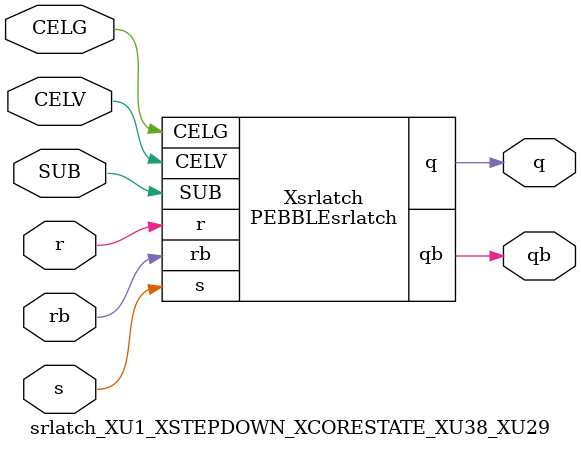
<source format=v>



module PEBBLEsrlatch ( q, qb, CELG, CELV, SUB, r, rb, s );

  input CELV;
  input s;
  output q;
  input rb;
  input r;
  input SUB;
  input CELG;
  output qb;
endmodule

//Celera Confidential Do Not Copy srlatch_XU1_XSTEPDOWN_XCORESTATE_XU38_XU29
//Celera Confidential Symbol Generator
//SR Latch
module srlatch_XU1_XSTEPDOWN_XCORESTATE_XU38_XU29 (CELV,CELG,s,r,rb,q,qb,SUB);
input CELV;
input CELG;
input s;
input r;
input rb;
input SUB;
output q;
output qb;

//Celera Confidential Do Not Copy srlatch
PEBBLEsrlatch Xsrlatch(
.CELV (CELV),
.r (r),
.s (s),
.q (q),
.qb (qb),
.rb (rb),
.SUB (SUB),
.CELG (CELG)
);
//,diesize,PEBBLEsrlatch

//Celera Confidential Do Not Copy Module End
//Celera Schematic Generator
endmodule

</source>
